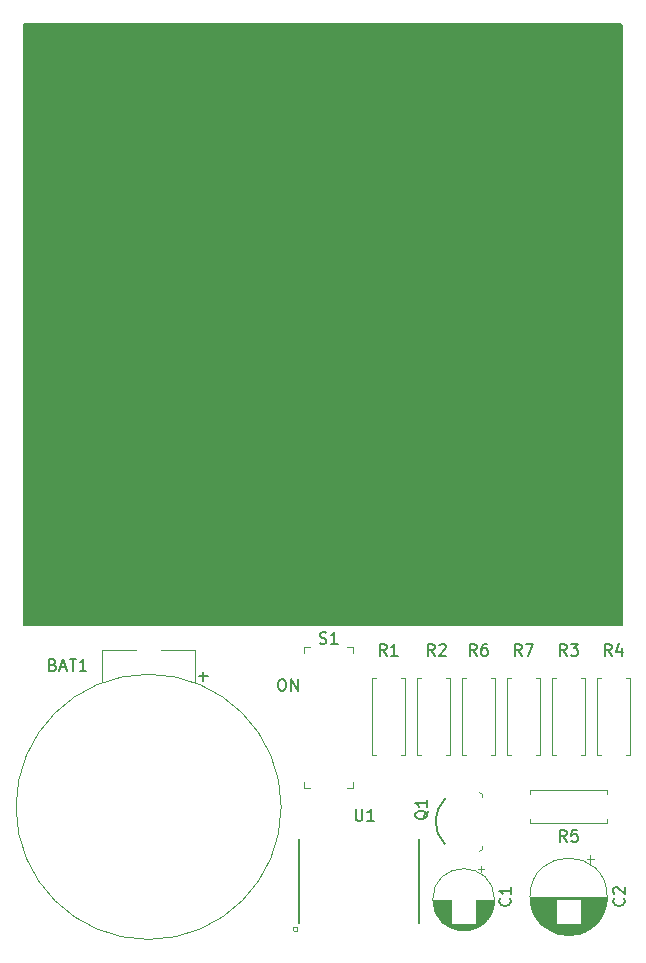
<source format=gbr>
%TF.GenerationSoftware,KiCad,Pcbnew,8.0.0*%
%TF.CreationDate,2024-03-07T10:06:40-08:00*%
%TF.ProjectId,555_Badge,3535355f-4261-4646-9765-2e6b69636164,v01*%
%TF.SameCoordinates,Original*%
%TF.FileFunction,Legend,Top*%
%TF.FilePolarity,Positive*%
%FSLAX46Y46*%
G04 Gerber Fmt 4.6, Leading zero omitted, Abs format (unit mm)*
G04 Created by KiCad (PCBNEW 8.0.0) date 2024-03-07 10:06:40*
%MOMM*%
%LPD*%
G01*
G04 APERTURE LIST*
%ADD10C,0.150800*%
%ADD11C,0.149860*%
%ADD12C,0.150000*%
%ADD13C,0.203200*%
%ADD14C,0.100000*%
%ADD15C,0.120000*%
G04 APERTURE END LIST*
D10*
X143440905Y-103514524D02*
X144202810Y-103514524D01*
X143821857Y-103895477D02*
X143821857Y-103133572D01*
X150387781Y-103771777D02*
X150578257Y-103771777D01*
X150578257Y-103771777D02*
X150673495Y-103819396D01*
X150673495Y-103819396D02*
X150768733Y-103914634D01*
X150768733Y-103914634D02*
X150816352Y-104105110D01*
X150816352Y-104105110D02*
X150816352Y-104438443D01*
X150816352Y-104438443D02*
X150768733Y-104628919D01*
X150768733Y-104628919D02*
X150673495Y-104724158D01*
X150673495Y-104724158D02*
X150578257Y-104771777D01*
X150578257Y-104771777D02*
X150387781Y-104771777D01*
X150387781Y-104771777D02*
X150292543Y-104724158D01*
X150292543Y-104724158D02*
X150197305Y-104628919D01*
X150197305Y-104628919D02*
X150149686Y-104438443D01*
X150149686Y-104438443D02*
X150149686Y-104105110D01*
X150149686Y-104105110D02*
X150197305Y-103914634D01*
X150197305Y-103914634D02*
X150292543Y-103819396D01*
X150292543Y-103819396D02*
X150387781Y-103771777D01*
X151244924Y-104771777D02*
X151244924Y-103771777D01*
X151244924Y-103771777D02*
X151816352Y-104771777D01*
X151816352Y-104771777D02*
X151816352Y-103771777D01*
D11*
X156718095Y-114770826D02*
X156718095Y-115580349D01*
X156718095Y-115580349D02*
X156765714Y-115675587D01*
X156765714Y-115675587D02*
X156813333Y-115723207D01*
X156813333Y-115723207D02*
X156908571Y-115770826D01*
X156908571Y-115770826D02*
X157099047Y-115770826D01*
X157099047Y-115770826D02*
X157194285Y-115723207D01*
X157194285Y-115723207D02*
X157241904Y-115675587D01*
X157241904Y-115675587D02*
X157289523Y-115580349D01*
X157289523Y-115580349D02*
X157289523Y-114770826D01*
X158289523Y-115770826D02*
X157718095Y-115770826D01*
X158003809Y-115770826D02*
X158003809Y-114770826D01*
X158003809Y-114770826D02*
X157908571Y-114913683D01*
X157908571Y-114913683D02*
X157813333Y-115008921D01*
X157813333Y-115008921D02*
X157718095Y-115056540D01*
D12*
X170775333Y-101800819D02*
X170442000Y-101324628D01*
X170203905Y-101800819D02*
X170203905Y-100800819D01*
X170203905Y-100800819D02*
X170584857Y-100800819D01*
X170584857Y-100800819D02*
X170680095Y-100848438D01*
X170680095Y-100848438D02*
X170727714Y-100896057D01*
X170727714Y-100896057D02*
X170775333Y-100991295D01*
X170775333Y-100991295D02*
X170775333Y-101134152D01*
X170775333Y-101134152D02*
X170727714Y-101229390D01*
X170727714Y-101229390D02*
X170680095Y-101277009D01*
X170680095Y-101277009D02*
X170584857Y-101324628D01*
X170584857Y-101324628D02*
X170203905Y-101324628D01*
X171108667Y-100800819D02*
X171775333Y-100800819D01*
X171775333Y-100800819D02*
X171346762Y-101800819D01*
X145322819Y-75668094D02*
X144322819Y-75668094D01*
X144322819Y-75668094D02*
X144322819Y-75429999D01*
X144322819Y-75429999D02*
X144370438Y-75287142D01*
X144370438Y-75287142D02*
X144465676Y-75191904D01*
X144465676Y-75191904D02*
X144560914Y-75144285D01*
X144560914Y-75144285D02*
X144751390Y-75096666D01*
X144751390Y-75096666D02*
X144894247Y-75096666D01*
X144894247Y-75096666D02*
X145084723Y-75144285D01*
X145084723Y-75144285D02*
X145179961Y-75191904D01*
X145179961Y-75191904D02*
X145275200Y-75287142D01*
X145275200Y-75287142D02*
X145322819Y-75429999D01*
X145322819Y-75429999D02*
X145322819Y-75668094D01*
X145322819Y-74144285D02*
X145322819Y-74715713D01*
X145322819Y-74429999D02*
X144322819Y-74429999D01*
X144322819Y-74429999D02*
X144465676Y-74525237D01*
X144465676Y-74525237D02*
X144560914Y-74620475D01*
X144560914Y-74620475D02*
X144608533Y-74715713D01*
X163409333Y-101800819D02*
X163076000Y-101324628D01*
X162837905Y-101800819D02*
X162837905Y-100800819D01*
X162837905Y-100800819D02*
X163218857Y-100800819D01*
X163218857Y-100800819D02*
X163314095Y-100848438D01*
X163314095Y-100848438D02*
X163361714Y-100896057D01*
X163361714Y-100896057D02*
X163409333Y-100991295D01*
X163409333Y-100991295D02*
X163409333Y-101134152D01*
X163409333Y-101134152D02*
X163361714Y-101229390D01*
X163361714Y-101229390D02*
X163314095Y-101277009D01*
X163314095Y-101277009D02*
X163218857Y-101324628D01*
X163218857Y-101324628D02*
X162837905Y-101324628D01*
X163790286Y-100896057D02*
X163837905Y-100848438D01*
X163837905Y-100848438D02*
X163933143Y-100800819D01*
X163933143Y-100800819D02*
X164171238Y-100800819D01*
X164171238Y-100800819D02*
X164266476Y-100848438D01*
X164266476Y-100848438D02*
X164314095Y-100896057D01*
X164314095Y-100896057D02*
X164361714Y-100991295D01*
X164361714Y-100991295D02*
X164361714Y-101086533D01*
X164361714Y-101086533D02*
X164314095Y-101229390D01*
X164314095Y-101229390D02*
X163742667Y-101800819D01*
X163742667Y-101800819D02*
X164361714Y-101800819D01*
X169777580Y-122340666D02*
X169825200Y-122388285D01*
X169825200Y-122388285D02*
X169872819Y-122531142D01*
X169872819Y-122531142D02*
X169872819Y-122626380D01*
X169872819Y-122626380D02*
X169825200Y-122769237D01*
X169825200Y-122769237D02*
X169729961Y-122864475D01*
X169729961Y-122864475D02*
X169634723Y-122912094D01*
X169634723Y-122912094D02*
X169444247Y-122959713D01*
X169444247Y-122959713D02*
X169301390Y-122959713D01*
X169301390Y-122959713D02*
X169110914Y-122912094D01*
X169110914Y-122912094D02*
X169015676Y-122864475D01*
X169015676Y-122864475D02*
X168920438Y-122769237D01*
X168920438Y-122769237D02*
X168872819Y-122626380D01*
X168872819Y-122626380D02*
X168872819Y-122531142D01*
X168872819Y-122531142D02*
X168920438Y-122388285D01*
X168920438Y-122388285D02*
X168968057Y-122340666D01*
X169872819Y-121388285D02*
X169872819Y-121959713D01*
X169872819Y-121673999D02*
X168872819Y-121673999D01*
X168872819Y-121673999D02*
X169015676Y-121769237D01*
X169015676Y-121769237D02*
X169110914Y-121864475D01*
X169110914Y-121864475D02*
X169158533Y-121959713D01*
X179429580Y-122340666D02*
X179477200Y-122388285D01*
X179477200Y-122388285D02*
X179524819Y-122531142D01*
X179524819Y-122531142D02*
X179524819Y-122626380D01*
X179524819Y-122626380D02*
X179477200Y-122769237D01*
X179477200Y-122769237D02*
X179381961Y-122864475D01*
X179381961Y-122864475D02*
X179286723Y-122912094D01*
X179286723Y-122912094D02*
X179096247Y-122959713D01*
X179096247Y-122959713D02*
X178953390Y-122959713D01*
X178953390Y-122959713D02*
X178762914Y-122912094D01*
X178762914Y-122912094D02*
X178667676Y-122864475D01*
X178667676Y-122864475D02*
X178572438Y-122769237D01*
X178572438Y-122769237D02*
X178524819Y-122626380D01*
X178524819Y-122626380D02*
X178524819Y-122531142D01*
X178524819Y-122531142D02*
X178572438Y-122388285D01*
X178572438Y-122388285D02*
X178620057Y-122340666D01*
X178620057Y-121959713D02*
X178572438Y-121912094D01*
X178572438Y-121912094D02*
X178524819Y-121816856D01*
X178524819Y-121816856D02*
X178524819Y-121578761D01*
X178524819Y-121578761D02*
X178572438Y-121483523D01*
X178572438Y-121483523D02*
X178620057Y-121435904D01*
X178620057Y-121435904D02*
X178715295Y-121388285D01*
X178715295Y-121388285D02*
X178810533Y-121388285D01*
X178810533Y-121388285D02*
X178953390Y-121435904D01*
X178953390Y-121435904D02*
X179524819Y-122007332D01*
X179524819Y-122007332D02*
X179524819Y-121388285D01*
X131119714Y-102547009D02*
X131262571Y-102594628D01*
X131262571Y-102594628D02*
X131310190Y-102642247D01*
X131310190Y-102642247D02*
X131357809Y-102737485D01*
X131357809Y-102737485D02*
X131357809Y-102880342D01*
X131357809Y-102880342D02*
X131310190Y-102975580D01*
X131310190Y-102975580D02*
X131262571Y-103023200D01*
X131262571Y-103023200D02*
X131167333Y-103070819D01*
X131167333Y-103070819D02*
X130786381Y-103070819D01*
X130786381Y-103070819D02*
X130786381Y-102070819D01*
X130786381Y-102070819D02*
X131119714Y-102070819D01*
X131119714Y-102070819D02*
X131214952Y-102118438D01*
X131214952Y-102118438D02*
X131262571Y-102166057D01*
X131262571Y-102166057D02*
X131310190Y-102261295D01*
X131310190Y-102261295D02*
X131310190Y-102356533D01*
X131310190Y-102356533D02*
X131262571Y-102451771D01*
X131262571Y-102451771D02*
X131214952Y-102499390D01*
X131214952Y-102499390D02*
X131119714Y-102547009D01*
X131119714Y-102547009D02*
X130786381Y-102547009D01*
X131738762Y-102785104D02*
X132214952Y-102785104D01*
X131643524Y-103070819D02*
X131976857Y-102070819D01*
X131976857Y-102070819D02*
X132310190Y-103070819D01*
X132500667Y-102070819D02*
X133072095Y-102070819D01*
X132786381Y-103070819D02*
X132786381Y-102070819D01*
X133929238Y-103070819D02*
X133357810Y-103070819D01*
X133643524Y-103070819D02*
X133643524Y-102070819D01*
X133643524Y-102070819D02*
X133548286Y-102213676D01*
X133548286Y-102213676D02*
X133453048Y-102308914D01*
X133453048Y-102308914D02*
X133357810Y-102356533D01*
X166965334Y-101800818D02*
X166632001Y-101324627D01*
X166393906Y-101800818D02*
X166393906Y-100800818D01*
X166393906Y-100800818D02*
X166774858Y-100800818D01*
X166774858Y-100800818D02*
X166870096Y-100848437D01*
X166870096Y-100848437D02*
X166917715Y-100896056D01*
X166917715Y-100896056D02*
X166965334Y-100991294D01*
X166965334Y-100991294D02*
X166965334Y-101134151D01*
X166965334Y-101134151D02*
X166917715Y-101229389D01*
X166917715Y-101229389D02*
X166870096Y-101277008D01*
X166870096Y-101277008D02*
X166774858Y-101324627D01*
X166774858Y-101324627D02*
X166393906Y-101324627D01*
X167822477Y-100800818D02*
X167632001Y-100800818D01*
X167632001Y-100800818D02*
X167536763Y-100848437D01*
X167536763Y-100848437D02*
X167489144Y-100896056D01*
X167489144Y-100896056D02*
X167393906Y-101038913D01*
X167393906Y-101038913D02*
X167346287Y-101229389D01*
X167346287Y-101229389D02*
X167346287Y-101610341D01*
X167346287Y-101610341D02*
X167393906Y-101705579D01*
X167393906Y-101705579D02*
X167441525Y-101753199D01*
X167441525Y-101753199D02*
X167536763Y-101800818D01*
X167536763Y-101800818D02*
X167727239Y-101800818D01*
X167727239Y-101800818D02*
X167822477Y-101753199D01*
X167822477Y-101753199D02*
X167870096Y-101705579D01*
X167870096Y-101705579D02*
X167917715Y-101610341D01*
X167917715Y-101610341D02*
X167917715Y-101372246D01*
X167917715Y-101372246D02*
X167870096Y-101277008D01*
X167870096Y-101277008D02*
X167822477Y-101229389D01*
X167822477Y-101229389D02*
X167727239Y-101181770D01*
X167727239Y-101181770D02*
X167536763Y-101181770D01*
X167536763Y-101181770D02*
X167441525Y-101229389D01*
X167441525Y-101229389D02*
X167393906Y-101277008D01*
X167393906Y-101277008D02*
X167346287Y-101372246D01*
X159345333Y-101800819D02*
X159012000Y-101324628D01*
X158773905Y-101800819D02*
X158773905Y-100800819D01*
X158773905Y-100800819D02*
X159154857Y-100800819D01*
X159154857Y-100800819D02*
X159250095Y-100848438D01*
X159250095Y-100848438D02*
X159297714Y-100896057D01*
X159297714Y-100896057D02*
X159345333Y-100991295D01*
X159345333Y-100991295D02*
X159345333Y-101134152D01*
X159345333Y-101134152D02*
X159297714Y-101229390D01*
X159297714Y-101229390D02*
X159250095Y-101277009D01*
X159250095Y-101277009D02*
X159154857Y-101324628D01*
X159154857Y-101324628D02*
X158773905Y-101324628D01*
X160297714Y-101800819D02*
X159726286Y-101800819D01*
X160012000Y-101800819D02*
X160012000Y-100800819D01*
X160012000Y-100800819D02*
X159916762Y-100943676D01*
X159916762Y-100943676D02*
X159821524Y-101038914D01*
X159821524Y-101038914D02*
X159726286Y-101086533D01*
X157006819Y-75668094D02*
X156006819Y-75668094D01*
X156006819Y-75668094D02*
X156006819Y-75429999D01*
X156006819Y-75429999D02*
X156054438Y-75287142D01*
X156054438Y-75287142D02*
X156149676Y-75191904D01*
X156149676Y-75191904D02*
X156244914Y-75144285D01*
X156244914Y-75144285D02*
X156435390Y-75096666D01*
X156435390Y-75096666D02*
X156578247Y-75096666D01*
X156578247Y-75096666D02*
X156768723Y-75144285D01*
X156768723Y-75144285D02*
X156863961Y-75191904D01*
X156863961Y-75191904D02*
X156959200Y-75287142D01*
X156959200Y-75287142D02*
X157006819Y-75429999D01*
X157006819Y-75429999D02*
X157006819Y-75668094D01*
X156102057Y-74715713D02*
X156054438Y-74668094D01*
X156054438Y-74668094D02*
X156006819Y-74572856D01*
X156006819Y-74572856D02*
X156006819Y-74334761D01*
X156006819Y-74334761D02*
X156054438Y-74239523D01*
X156054438Y-74239523D02*
X156102057Y-74191904D01*
X156102057Y-74191904D02*
X156197295Y-74144285D01*
X156197295Y-74144285D02*
X156292533Y-74144285D01*
X156292533Y-74144285D02*
X156435390Y-74191904D01*
X156435390Y-74191904D02*
X157006819Y-74763332D01*
X157006819Y-74763332D02*
X157006819Y-74144285D01*
X174585333Y-101800819D02*
X174252000Y-101324628D01*
X174013905Y-101800819D02*
X174013905Y-100800819D01*
X174013905Y-100800819D02*
X174394857Y-100800819D01*
X174394857Y-100800819D02*
X174490095Y-100848438D01*
X174490095Y-100848438D02*
X174537714Y-100896057D01*
X174537714Y-100896057D02*
X174585333Y-100991295D01*
X174585333Y-100991295D02*
X174585333Y-101134152D01*
X174585333Y-101134152D02*
X174537714Y-101229390D01*
X174537714Y-101229390D02*
X174490095Y-101277009D01*
X174490095Y-101277009D02*
X174394857Y-101324628D01*
X174394857Y-101324628D02*
X174013905Y-101324628D01*
X174918667Y-100800819D02*
X175537714Y-100800819D01*
X175537714Y-100800819D02*
X175204381Y-101181771D01*
X175204381Y-101181771D02*
X175347238Y-101181771D01*
X175347238Y-101181771D02*
X175442476Y-101229390D01*
X175442476Y-101229390D02*
X175490095Y-101277009D01*
X175490095Y-101277009D02*
X175537714Y-101372247D01*
X175537714Y-101372247D02*
X175537714Y-101610342D01*
X175537714Y-101610342D02*
X175490095Y-101705580D01*
X175490095Y-101705580D02*
X175442476Y-101753200D01*
X175442476Y-101753200D02*
X175347238Y-101800819D01*
X175347238Y-101800819D02*
X175061524Y-101800819D01*
X175061524Y-101800819D02*
X174966286Y-101753200D01*
X174966286Y-101753200D02*
X174918667Y-101705580D01*
X174585333Y-117548819D02*
X174252000Y-117072628D01*
X174013905Y-117548819D02*
X174013905Y-116548819D01*
X174013905Y-116548819D02*
X174394857Y-116548819D01*
X174394857Y-116548819D02*
X174490095Y-116596438D01*
X174490095Y-116596438D02*
X174537714Y-116644057D01*
X174537714Y-116644057D02*
X174585333Y-116739295D01*
X174585333Y-116739295D02*
X174585333Y-116882152D01*
X174585333Y-116882152D02*
X174537714Y-116977390D01*
X174537714Y-116977390D02*
X174490095Y-117025009D01*
X174490095Y-117025009D02*
X174394857Y-117072628D01*
X174394857Y-117072628D02*
X174013905Y-117072628D01*
X175490095Y-116548819D02*
X175013905Y-116548819D01*
X175013905Y-116548819D02*
X174966286Y-117025009D01*
X174966286Y-117025009D02*
X175013905Y-116977390D01*
X175013905Y-116977390D02*
X175109143Y-116929771D01*
X175109143Y-116929771D02*
X175347238Y-116929771D01*
X175347238Y-116929771D02*
X175442476Y-116977390D01*
X175442476Y-116977390D02*
X175490095Y-117025009D01*
X175490095Y-117025009D02*
X175537714Y-117120247D01*
X175537714Y-117120247D02*
X175537714Y-117358342D01*
X175537714Y-117358342D02*
X175490095Y-117453580D01*
X175490095Y-117453580D02*
X175442476Y-117501200D01*
X175442476Y-117501200D02*
X175347238Y-117548819D01*
X175347238Y-117548819D02*
X175109143Y-117548819D01*
X175109143Y-117548819D02*
X175013905Y-117501200D01*
X175013905Y-117501200D02*
X174966286Y-117453580D01*
X178395334Y-101800818D02*
X178062001Y-101324627D01*
X177823906Y-101800818D02*
X177823906Y-100800818D01*
X177823906Y-100800818D02*
X178204858Y-100800818D01*
X178204858Y-100800818D02*
X178300096Y-100848437D01*
X178300096Y-100848437D02*
X178347715Y-100896056D01*
X178347715Y-100896056D02*
X178395334Y-100991294D01*
X178395334Y-100991294D02*
X178395334Y-101134151D01*
X178395334Y-101134151D02*
X178347715Y-101229389D01*
X178347715Y-101229389D02*
X178300096Y-101277008D01*
X178300096Y-101277008D02*
X178204858Y-101324627D01*
X178204858Y-101324627D02*
X177823906Y-101324627D01*
X179252477Y-101134151D02*
X179252477Y-101800818D01*
X179014382Y-100753199D02*
X178776287Y-101467484D01*
X178776287Y-101467484D02*
X179395334Y-101467484D01*
X153670095Y-100737200D02*
X153812952Y-100784819D01*
X153812952Y-100784819D02*
X154051047Y-100784819D01*
X154051047Y-100784819D02*
X154146285Y-100737200D01*
X154146285Y-100737200D02*
X154193904Y-100689580D01*
X154193904Y-100689580D02*
X154241523Y-100594342D01*
X154241523Y-100594342D02*
X154241523Y-100499104D01*
X154241523Y-100499104D02*
X154193904Y-100403866D01*
X154193904Y-100403866D02*
X154146285Y-100356247D01*
X154146285Y-100356247D02*
X154051047Y-100308628D01*
X154051047Y-100308628D02*
X153860571Y-100261009D01*
X153860571Y-100261009D02*
X153765333Y-100213390D01*
X153765333Y-100213390D02*
X153717714Y-100165771D01*
X153717714Y-100165771D02*
X153670095Y-100070533D01*
X153670095Y-100070533D02*
X153670095Y-99975295D01*
X153670095Y-99975295D02*
X153717714Y-99880057D01*
X153717714Y-99880057D02*
X153765333Y-99832438D01*
X153765333Y-99832438D02*
X153860571Y-99784819D01*
X153860571Y-99784819D02*
X154098666Y-99784819D01*
X154098666Y-99784819D02*
X154241523Y-99832438D01*
X155193904Y-100784819D02*
X154622476Y-100784819D01*
X154908190Y-100784819D02*
X154908190Y-99784819D01*
X154908190Y-99784819D02*
X154812952Y-99927676D01*
X154812952Y-99927676D02*
X154717714Y-100022914D01*
X154717714Y-100022914D02*
X154622476Y-100070533D01*
X162856057Y-114903238D02*
X162808438Y-114998476D01*
X162808438Y-114998476D02*
X162713200Y-115093714D01*
X162713200Y-115093714D02*
X162570342Y-115236571D01*
X162570342Y-115236571D02*
X162522723Y-115331809D01*
X162522723Y-115331809D02*
X162522723Y-115427047D01*
X162760819Y-115379428D02*
X162713200Y-115474666D01*
X162713200Y-115474666D02*
X162617961Y-115569904D01*
X162617961Y-115569904D02*
X162427485Y-115617523D01*
X162427485Y-115617523D02*
X162094152Y-115617523D01*
X162094152Y-115617523D02*
X161903676Y-115569904D01*
X161903676Y-115569904D02*
X161808438Y-115474666D01*
X161808438Y-115474666D02*
X161760819Y-115379428D01*
X161760819Y-115379428D02*
X161760819Y-115188952D01*
X161760819Y-115188952D02*
X161808438Y-115093714D01*
X161808438Y-115093714D02*
X161903676Y-114998476D01*
X161903676Y-114998476D02*
X162094152Y-114950857D01*
X162094152Y-114950857D02*
X162427485Y-114950857D01*
X162427485Y-114950857D02*
X162617961Y-114998476D01*
X162617961Y-114998476D02*
X162713200Y-115093714D01*
X162713200Y-115093714D02*
X162760819Y-115188952D01*
X162760819Y-115188952D02*
X162760819Y-115379428D01*
X162760819Y-113998476D02*
X162760819Y-114569904D01*
X162760819Y-114284190D02*
X161760819Y-114284190D01*
X161760819Y-114284190D02*
X161903676Y-114379428D01*
X161903676Y-114379428D02*
X161998914Y-114474666D01*
X161998914Y-114474666D02*
X162046533Y-114569904D01*
D13*
%TO.C,U1*%
X151892000Y-124460000D02*
X151892000Y-117348000D01*
X162052000Y-124460000D02*
X162052000Y-117348000D01*
D14*
X151841200Y-124968000D02*
G75*
G02*
X151434800Y-124968000I-203200J0D01*
G01*
X151434800Y-124968000D02*
G75*
G02*
X151841200Y-124968000I203200J0D01*
G01*
D15*
%TO.C,R7*%
X169572000Y-103664000D02*
X169902000Y-103664000D01*
X169572000Y-110204000D02*
X169572000Y-103664000D01*
X169902000Y-110204000D02*
X169572000Y-110204000D01*
X171982000Y-110204000D02*
X172312000Y-110204000D01*
X172312000Y-103664000D02*
X171982000Y-103664000D01*
X172312000Y-110204000D02*
X172312000Y-103664000D01*
%TO.C,D1*%
X146592000Y-76490000D02*
X146748000Y-76490000D01*
X148908000Y-76490000D02*
X149064000Y-76490000D01*
X146592485Y-76489999D02*
G75*
G02*
X146749392Y-73257666I1235515J1559999D01*
G01*
X146748001Y-75970960D02*
G75*
G02*
X146748164Y-73888871I1079999J1040960D01*
G01*
X148906608Y-73257666D02*
G75*
G02*
X149063515Y-76489999I-1078608J-1672334D01*
G01*
X148907836Y-73888871D02*
G75*
G02*
X148907999Y-75970960I-1079836J-1041129D01*
G01*
%TO.C,R2*%
X161952000Y-103664000D02*
X162282000Y-103664000D01*
X161952000Y-110204000D02*
X161952000Y-103664000D01*
X162282000Y-110204000D02*
X161952000Y-110204000D01*
X164362000Y-110204000D02*
X164692000Y-110204000D01*
X164692000Y-103664000D02*
X164362000Y-103664000D01*
X164692000Y-110204000D02*
X164692000Y-103664000D01*
%TO.C,C1*%
X164822000Y-122444000D02*
X163282000Y-122444000D01*
X164822000Y-122484000D02*
X163282000Y-122484000D01*
X164822000Y-122524000D02*
X163283000Y-122524000D01*
X164822000Y-122564000D02*
X163284000Y-122564000D01*
X164822000Y-122604000D02*
X163286000Y-122604000D01*
X164822000Y-122644000D02*
X163289000Y-122644000D01*
X164822000Y-122684000D02*
X163293000Y-122684000D01*
X164822000Y-122724000D02*
X163297000Y-122724000D01*
X164822000Y-122764000D02*
X163301000Y-122764000D01*
X164822000Y-122804000D02*
X163306000Y-122804000D01*
X164822000Y-122844000D02*
X163312000Y-122844000D01*
X164822000Y-122884000D02*
X163319000Y-122884000D01*
X164822000Y-122924000D02*
X163326000Y-122924000D01*
X164822000Y-122964000D02*
X163334000Y-122964000D01*
X164822000Y-123004000D02*
X163342000Y-123004000D01*
X164822000Y-123044000D02*
X163351000Y-123044000D01*
X164822000Y-123084000D02*
X163361000Y-123084000D01*
X164822000Y-123124000D02*
X163371000Y-123124000D01*
X164822000Y-123165000D02*
X163382000Y-123165000D01*
X164822000Y-123205000D02*
X163394000Y-123205000D01*
X164822000Y-123245000D02*
X163407000Y-123245000D01*
X164822000Y-123285000D02*
X163420000Y-123285000D01*
X164822000Y-123325000D02*
X163434000Y-123325000D01*
X164822000Y-123365000D02*
X163448000Y-123365000D01*
X164822000Y-123405000D02*
X163464000Y-123405000D01*
X164822000Y-123445000D02*
X163480000Y-123445000D01*
X164822000Y-123485000D02*
X163497000Y-123485000D01*
X164822000Y-123525000D02*
X163514000Y-123525000D01*
X164822000Y-123565000D02*
X163533000Y-123565000D01*
X164822000Y-123605000D02*
X163552000Y-123605000D01*
X164822000Y-123645000D02*
X163572000Y-123645000D01*
X164822000Y-123685000D02*
X163594000Y-123685000D01*
X164822000Y-123725000D02*
X163615000Y-123725000D01*
X164822000Y-123765000D02*
X163638000Y-123765000D01*
X164822000Y-123805000D02*
X163662000Y-123805000D01*
X164822000Y-123845000D02*
X163687000Y-123845000D01*
X164822000Y-123885000D02*
X163713000Y-123885000D01*
X164822000Y-123925000D02*
X163740000Y-123925000D01*
X164822000Y-123965000D02*
X163767000Y-123965000D01*
X164822000Y-124005000D02*
X163797000Y-124005000D01*
X164822000Y-124045000D02*
X163827000Y-124045000D01*
X164822000Y-124085000D02*
X163858000Y-124085000D01*
X164822000Y-124125000D02*
X163891000Y-124125000D01*
X164822000Y-124165000D02*
X163925000Y-124165000D01*
X164822000Y-124205000D02*
X163961000Y-124205000D01*
X164822000Y-124245000D02*
X163998000Y-124245000D01*
X164822000Y-124285000D02*
X164036000Y-124285000D01*
X164822000Y-124325000D02*
X164077000Y-124325000D01*
X164822000Y-124365000D02*
X164119000Y-124365000D01*
X164822000Y-124405000D02*
X164163000Y-124405000D01*
X164822000Y-124445000D02*
X164209000Y-124445000D01*
X166146000Y-125045000D02*
X165578000Y-125045000D01*
X166380000Y-125005000D02*
X165344000Y-125005000D01*
X166539000Y-124965000D02*
X165185000Y-124965000D01*
X166667000Y-124925000D02*
X165057000Y-124925000D01*
X166777000Y-124885000D02*
X164947000Y-124885000D01*
X166873000Y-124845000D02*
X164851000Y-124845000D01*
X166960000Y-124805000D02*
X164764000Y-124805000D01*
X167040000Y-124765000D02*
X164684000Y-124765000D01*
X167113000Y-124725000D02*
X164611000Y-124725000D01*
X167181000Y-124685000D02*
X164543000Y-124685000D01*
X167245000Y-124645000D02*
X164479000Y-124645000D01*
X167305000Y-124605000D02*
X164419000Y-124605000D01*
X167337000Y-119639225D02*
X167337000Y-120139225D01*
X167362000Y-124565000D02*
X164362000Y-124565000D01*
X167416000Y-124525000D02*
X164308000Y-124525000D01*
X167467000Y-124485000D02*
X164257000Y-124485000D01*
X167515000Y-124445000D02*
X166902000Y-124445000D01*
X167561000Y-124405000D02*
X166902000Y-124405000D01*
X167587000Y-119889225D02*
X167087000Y-119889225D01*
X167605000Y-124365000D02*
X166902000Y-124365000D01*
X167647000Y-124325000D02*
X166902000Y-124325000D01*
X167688000Y-124285000D02*
X166902000Y-124285000D01*
X167726000Y-124245000D02*
X166902000Y-124245000D01*
X167763000Y-124205000D02*
X166902000Y-124205000D01*
X167799000Y-124165000D02*
X166902000Y-124165000D01*
X167833000Y-124125000D02*
X166902000Y-124125000D01*
X167866000Y-124085000D02*
X166902000Y-124085000D01*
X167897000Y-124045000D02*
X166902000Y-124045000D01*
X167927000Y-124005000D02*
X166902000Y-124005000D01*
X167957000Y-123965000D02*
X166902000Y-123965000D01*
X167984000Y-123925000D02*
X166902000Y-123925000D01*
X168011000Y-123885000D02*
X166902000Y-123885000D01*
X168037000Y-123845000D02*
X166902000Y-123845000D01*
X168062000Y-123805000D02*
X166902000Y-123805000D01*
X168086000Y-123765000D02*
X166902000Y-123765000D01*
X168109000Y-123725000D02*
X166902000Y-123725000D01*
X168130000Y-123685000D02*
X166902000Y-123685000D01*
X168152000Y-123645000D02*
X166902000Y-123645000D01*
X168172000Y-123605000D02*
X166902000Y-123605000D01*
X168191000Y-123565000D02*
X166902000Y-123565000D01*
X168210000Y-123525000D02*
X166902000Y-123525000D01*
X168227000Y-123485000D02*
X166902000Y-123485000D01*
X168244000Y-123445000D02*
X166902000Y-123445000D01*
X168260000Y-123405000D02*
X166902000Y-123405000D01*
X168276000Y-123365000D02*
X166902000Y-123365000D01*
X168290000Y-123325000D02*
X166902000Y-123325000D01*
X168304000Y-123285000D02*
X166902000Y-123285000D01*
X168317000Y-123245000D02*
X166902000Y-123245000D01*
X168330000Y-123205000D02*
X166902000Y-123205000D01*
X168342000Y-123165000D02*
X166902000Y-123165000D01*
X168353000Y-123124000D02*
X166902000Y-123124000D01*
X168363000Y-123084000D02*
X166902000Y-123084000D01*
X168373000Y-123044000D02*
X166902000Y-123044000D01*
X168382000Y-123004000D02*
X166902000Y-123004000D01*
X168390000Y-122964000D02*
X166902000Y-122964000D01*
X168398000Y-122924000D02*
X166902000Y-122924000D01*
X168405000Y-122884000D02*
X166902000Y-122884000D01*
X168412000Y-122844000D02*
X166902000Y-122844000D01*
X168418000Y-122804000D02*
X166902000Y-122804000D01*
X168423000Y-122764000D02*
X166902000Y-122764000D01*
X168427000Y-122724000D02*
X166902000Y-122724000D01*
X168431000Y-122684000D02*
X166902000Y-122684000D01*
X168435000Y-122644000D02*
X166902000Y-122644000D01*
X168438000Y-122604000D02*
X166902000Y-122604000D01*
X168440000Y-122564000D02*
X166902000Y-122564000D01*
X168441000Y-122524000D02*
X166902000Y-122524000D01*
X168442000Y-122444000D02*
X166902000Y-122444000D01*
X168442000Y-122484000D02*
X166902000Y-122484000D01*
X168482000Y-122444000D02*
G75*
G02*
X163242000Y-122444000I-2620000J0D01*
G01*
X163242000Y-122444000D02*
G75*
G02*
X168482000Y-122444000I2620000J0D01*
G01*
%TO.C,C2*%
X173712000Y-122434000D02*
X171530000Y-122434000D01*
X173712000Y-122474000D02*
X171534000Y-122474000D01*
X173712000Y-122514000D02*
X171537000Y-122514000D01*
X173712000Y-122554000D02*
X171541000Y-122554000D01*
X173712000Y-122594000D02*
X171546000Y-122594000D01*
X173712000Y-122634000D02*
X171551000Y-122634000D01*
X173712000Y-122674000D02*
X171557000Y-122674000D01*
X173712000Y-122714000D02*
X171563000Y-122714000D01*
X173712000Y-122754000D02*
X171570000Y-122754000D01*
X173712000Y-122794000D02*
X171577000Y-122794000D01*
X173712000Y-122834000D02*
X171585000Y-122834000D01*
X173712000Y-122874000D02*
X171593000Y-122874000D01*
X173712000Y-122915000D02*
X171602000Y-122915000D01*
X173712000Y-122955000D02*
X171611000Y-122955000D01*
X173712000Y-122995000D02*
X171621000Y-122995000D01*
X173712000Y-123035000D02*
X171631000Y-123035000D01*
X173712000Y-123075000D02*
X171642000Y-123075000D01*
X173712000Y-123115000D02*
X171654000Y-123115000D01*
X173712000Y-123155000D02*
X171666000Y-123155000D01*
X173712000Y-123195000D02*
X171678000Y-123195000D01*
X173712000Y-123235000D02*
X171691000Y-123235000D01*
X173712000Y-123275000D02*
X171705000Y-123275000D01*
X173712000Y-123315000D02*
X171719000Y-123315000D01*
X173712000Y-123355000D02*
X171734000Y-123355000D01*
X173712000Y-123395000D02*
X171750000Y-123395000D01*
X173712000Y-123435000D02*
X171766000Y-123435000D01*
X173712000Y-123475000D02*
X171782000Y-123475000D01*
X173712000Y-123515000D02*
X171800000Y-123515000D01*
X173712000Y-123555000D02*
X171818000Y-123555000D01*
X173712000Y-123595000D02*
X171836000Y-123595000D01*
X173712000Y-123635000D02*
X171856000Y-123635000D01*
X173712000Y-123675000D02*
X171876000Y-123675000D01*
X173712000Y-123715000D02*
X171896000Y-123715000D01*
X173712000Y-123755000D02*
X171918000Y-123755000D01*
X173712000Y-123795000D02*
X171940000Y-123795000D01*
X173712000Y-123835000D02*
X171962000Y-123835000D01*
X173712000Y-123875000D02*
X171986000Y-123875000D01*
X173712000Y-123915000D02*
X172010000Y-123915000D01*
X173712000Y-123955000D02*
X172036000Y-123955000D01*
X173712000Y-123995000D02*
X172062000Y-123995000D01*
X173712000Y-124035000D02*
X172088000Y-124035000D01*
X173712000Y-124075000D02*
X172116000Y-124075000D01*
X173712000Y-124115000D02*
X172145000Y-124115000D01*
X173712000Y-124155000D02*
X172174000Y-124155000D01*
X173712000Y-124195000D02*
X172204000Y-124195000D01*
X173712000Y-124235000D02*
X172236000Y-124235000D01*
X173712000Y-124275000D02*
X172268000Y-124275000D01*
X173712000Y-124315000D02*
X172302000Y-124315000D01*
X173712000Y-124355000D02*
X172336000Y-124355000D01*
X173712000Y-124395000D02*
X172372000Y-124395000D01*
X173712000Y-124435000D02*
X172409000Y-124435000D01*
X173712000Y-124475000D02*
X172447000Y-124475000D01*
X175154000Y-125435000D02*
X174350000Y-125435000D01*
X175385000Y-125395000D02*
X174119000Y-125395000D01*
X175554000Y-125355000D02*
X173950000Y-125355000D01*
X175692000Y-125315000D02*
X173812000Y-125315000D01*
X175811000Y-125275000D02*
X173693000Y-125275000D01*
X175917000Y-125235000D02*
X173587000Y-125235000D01*
X176014000Y-125195000D02*
X173490000Y-125195000D01*
X176102000Y-125155000D02*
X173402000Y-125155000D01*
X176184000Y-125115000D02*
X173320000Y-125115000D01*
X176261000Y-125075000D02*
X173243000Y-125075000D01*
X176333000Y-125035000D02*
X173171000Y-125035000D01*
X176402000Y-124995000D02*
X173102000Y-124995000D01*
X176466000Y-124955000D02*
X173038000Y-124955000D01*
X176528000Y-124915000D02*
X172976000Y-124915000D01*
X176586000Y-124875000D02*
X172918000Y-124875000D01*
X176591000Y-118693759D02*
X176591000Y-119323759D01*
X176642000Y-124835000D02*
X172862000Y-124835000D01*
X176696000Y-124795000D02*
X172808000Y-124795000D01*
X176747000Y-124755000D02*
X172757000Y-124755000D01*
X176796000Y-124715000D02*
X172708000Y-124715000D01*
X176844000Y-124675000D02*
X172660000Y-124675000D01*
X176889000Y-124635000D02*
X172615000Y-124635000D01*
X176906000Y-119008759D02*
X176276000Y-119008759D01*
X176934000Y-124595000D02*
X172570000Y-124595000D01*
X176976000Y-124555000D02*
X172528000Y-124555000D01*
X177017000Y-124515000D02*
X172487000Y-124515000D01*
X177057000Y-124475000D02*
X175792000Y-124475000D01*
X177095000Y-124435000D02*
X175792000Y-124435000D01*
X177132000Y-124395000D02*
X175792000Y-124395000D01*
X177168000Y-124355000D02*
X175792000Y-124355000D01*
X177202000Y-124315000D02*
X175792000Y-124315000D01*
X177236000Y-124275000D02*
X175792000Y-124275000D01*
X177268000Y-124235000D02*
X175792000Y-124235000D01*
X177300000Y-124195000D02*
X175792000Y-124195000D01*
X177330000Y-124155000D02*
X175792000Y-124155000D01*
X177359000Y-124115000D02*
X175792000Y-124115000D01*
X177388000Y-124075000D02*
X175792000Y-124075000D01*
X177416000Y-124035000D02*
X175792000Y-124035000D01*
X177442000Y-123995000D02*
X175792000Y-123995000D01*
X177468000Y-123955000D02*
X175792000Y-123955000D01*
X177494000Y-123915000D02*
X175792000Y-123915000D01*
X177518000Y-123875000D02*
X175792000Y-123875000D01*
X177542000Y-123835000D02*
X175792000Y-123835000D01*
X177564000Y-123795000D02*
X175792000Y-123795000D01*
X177586000Y-123755000D02*
X175792000Y-123755000D01*
X177608000Y-123715000D02*
X175792000Y-123715000D01*
X177628000Y-123675000D02*
X175792000Y-123675000D01*
X177648000Y-123635000D02*
X175792000Y-123635000D01*
X177668000Y-123595000D02*
X175792000Y-123595000D01*
X177686000Y-123555000D02*
X175792000Y-123555000D01*
X177704000Y-123515000D02*
X175792000Y-123515000D01*
X177722000Y-123475000D02*
X175792000Y-123475000D01*
X177738000Y-123435000D02*
X175792000Y-123435000D01*
X177754000Y-123395000D02*
X175792000Y-123395000D01*
X177770000Y-123355000D02*
X175792000Y-123355000D01*
X177785000Y-123315000D02*
X175792000Y-123315000D01*
X177799000Y-123275000D02*
X175792000Y-123275000D01*
X177813000Y-123235000D02*
X175792000Y-123235000D01*
X177826000Y-123195000D02*
X175792000Y-123195000D01*
X177838000Y-123155000D02*
X175792000Y-123155000D01*
X177850000Y-123115000D02*
X175792000Y-123115000D01*
X177862000Y-123075000D02*
X175792000Y-123075000D01*
X177873000Y-123035000D02*
X175792000Y-123035000D01*
X177883000Y-122995000D02*
X175792000Y-122995000D01*
X177893000Y-122955000D02*
X175792000Y-122955000D01*
X177902000Y-122915000D02*
X175792000Y-122915000D01*
X177911000Y-122874000D02*
X175792000Y-122874000D01*
X177919000Y-122834000D02*
X175792000Y-122834000D01*
X177927000Y-122794000D02*
X175792000Y-122794000D01*
X177934000Y-122754000D02*
X175792000Y-122754000D01*
X177941000Y-122714000D02*
X175792000Y-122714000D01*
X177947000Y-122674000D02*
X175792000Y-122674000D01*
X177953000Y-122634000D02*
X175792000Y-122634000D01*
X177958000Y-122594000D02*
X175792000Y-122594000D01*
X177963000Y-122554000D02*
X175792000Y-122554000D01*
X177967000Y-122514000D02*
X175792000Y-122514000D01*
X177970000Y-122474000D02*
X175792000Y-122474000D01*
X177974000Y-122434000D02*
X175792000Y-122434000D01*
X177976000Y-122394000D02*
X171528000Y-122394000D01*
X177979000Y-122354000D02*
X171525000Y-122354000D01*
X177980000Y-122314000D02*
X171524000Y-122314000D01*
X177982000Y-122194000D02*
X171522000Y-122194000D01*
X177982000Y-122234000D02*
X171522000Y-122234000D01*
X177982000Y-122274000D02*
X171522000Y-122274000D01*
X178022000Y-122194000D02*
G75*
G02*
X171482000Y-122194000I-3270000J0D01*
G01*
X171482000Y-122194000D02*
G75*
G02*
X178022000Y-122194000I3270000J0D01*
G01*
D14*
%TO.C,BAT1*%
X135280400Y-101282500D02*
X138125200Y-101282500D01*
X135280400Y-104025700D02*
X135280400Y-101282500D01*
X143103600Y-101282500D02*
X140258800Y-101282500D01*
X143103600Y-104025700D02*
X143103600Y-101282500D01*
X150418800Y-114592100D02*
G75*
G02*
X127965200Y-114592100I-11226800J0D01*
G01*
X127965200Y-114592100D02*
G75*
G02*
X150418800Y-114592100I11226800J0D01*
G01*
D15*
%TO.C,R6*%
X165762000Y-103664000D02*
X166092000Y-103664000D01*
X165762000Y-110204000D02*
X165762000Y-103664000D01*
X166092000Y-110204000D02*
X165762000Y-110204000D01*
X168172000Y-110204000D02*
X168502000Y-110204000D01*
X168502000Y-103664000D02*
X168172000Y-103664000D01*
X168502000Y-110204000D02*
X168502000Y-103664000D01*
%TO.C,R1*%
X158142000Y-103664000D02*
X158142000Y-110204000D01*
X158142000Y-110204000D02*
X158472000Y-110204000D01*
X158472000Y-103664000D02*
X158142000Y-103664000D01*
X160552000Y-103664000D02*
X160882000Y-103664000D01*
X160882000Y-103664000D02*
X160882000Y-110204000D01*
X160882000Y-110204000D02*
X160552000Y-110204000D01*
%TO.C,D2*%
X158276000Y-76490000D02*
X158432000Y-76490000D01*
X160592000Y-76490000D02*
X160748000Y-76490000D01*
X158276485Y-76489999D02*
G75*
G02*
X158433392Y-73257666I1235515J1559999D01*
G01*
X158432001Y-75970960D02*
G75*
G02*
X158432164Y-73888871I1079999J1040960D01*
G01*
X160590608Y-73257666D02*
G75*
G02*
X160747515Y-76489999I-1078608J-1672334D01*
G01*
X160591836Y-73888871D02*
G75*
G02*
X160591999Y-75970960I-1079836J-1041129D01*
G01*
%TO.C,R3*%
X173382000Y-103664000D02*
X173712000Y-103664000D01*
X173382000Y-110204000D02*
X173382000Y-103664000D01*
X173712000Y-110204000D02*
X173382000Y-110204000D01*
X175792000Y-110204000D02*
X176122000Y-110204000D01*
X176122000Y-103664000D02*
X175792000Y-103664000D01*
X176122000Y-110204000D02*
X176122000Y-103664000D01*
%TO.C,R5*%
X171482000Y-113184000D02*
X171482000Y-113514000D01*
X171482000Y-115924000D02*
X171482000Y-115594000D01*
X178022000Y-113184000D02*
X171482000Y-113184000D01*
X178022000Y-113514000D02*
X178022000Y-113184000D01*
X178022000Y-115594000D02*
X178022000Y-115924000D01*
X178022000Y-115924000D02*
X171482000Y-115924000D01*
%TO.C,R4*%
X177192000Y-103664000D02*
X177192000Y-110204000D01*
X177192000Y-110204000D02*
X177522000Y-110204000D01*
X177522000Y-103664000D02*
X177192000Y-103664000D01*
X179602000Y-103664000D02*
X179932000Y-103664000D01*
X179932000Y-103664000D02*
X179932000Y-110204000D01*
X179932000Y-110204000D02*
X179602000Y-110204000D01*
D14*
%TO.C,S1*%
X152332000Y-101094000D02*
X152332000Y-101594000D01*
X152332000Y-101094000D02*
X152832000Y-101094000D01*
X152332000Y-112994000D02*
X152332000Y-112494000D01*
X152332000Y-112994000D02*
X152832000Y-112994000D01*
X156532000Y-101094000D02*
X156032000Y-101094000D01*
X156532000Y-101094000D02*
X156532000Y-101594000D01*
X156532000Y-112994000D02*
X156032000Y-112994000D01*
X156532000Y-112994000D02*
X156532000Y-112494000D01*
%TO.C,Q1*%
X167462000Y-113474000D02*
X167162000Y-113324000D01*
X167462000Y-113474000D02*
X167462000Y-113774000D01*
X167462000Y-117874000D02*
X167462000Y-118174000D01*
X167462000Y-118174000D02*
X167162000Y-118324000D01*
D12*
X164262000Y-117724000D02*
G75*
G02*
X164312000Y-113874000I1950000J1900000D01*
G01*
%TD*%
G36*
X179267039Y-48279685D02*
G01*
X179312794Y-48332489D01*
X179324000Y-48384000D01*
X179324000Y-99190000D01*
X179304315Y-99257039D01*
X179251511Y-99302794D01*
X179200000Y-99314000D01*
X128648000Y-99314000D01*
X128580961Y-99294315D01*
X128535206Y-99241511D01*
X128524000Y-99190000D01*
X128524000Y-48384000D01*
X128543685Y-48316961D01*
X128596489Y-48271206D01*
X128648000Y-48260000D01*
X179200000Y-48260000D01*
X179267039Y-48279685D01*
G37*
M02*

</source>
